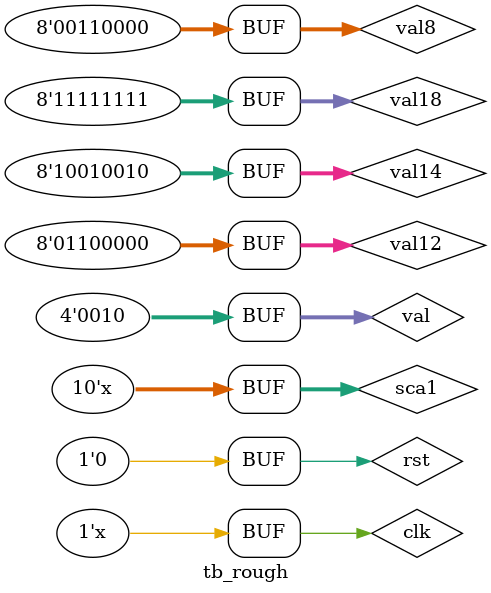
<source format=v>
`timescale 1ns / 1ps
module tb_rough;

	// Inputs
	reg clk;
	reg rst;
	reg [9:0] ip;

	// Outputs
	wire [9:0] op;

	// Instantiate the Unit Under Test (UUT)
	rough uut (
		.clk(clk), 
		.ip(ip), 
		.op(op)
	);
	reg signed [9:0] sca1;
	reg	[7:0]		  val8,val12,val14,val18;
	
	initial begin
		rst	<= 1;
		clk	<= 0;
		val	<= 2;
		sca1	<= 0;
		val8	<= 48;
		val12	<= 96;
		val14	<= 146;
		val18	<= 255;
		#1;
		rst 	<= 0;
		
		
		sca1	<= 0 -(val8>>1) - (val8>>3);// + val12>>1 + val12>>3 + val14>>1 + val14>>3 + val18>>1 + val18>>3;
		
		
	end
	
	reg[3:0] val;	
	
	always begin
		#1 clk <= ~clk;
	end
	
	
	always@(posedge clk, posedge rst)
	begin

	end


	
endmodule


</source>
